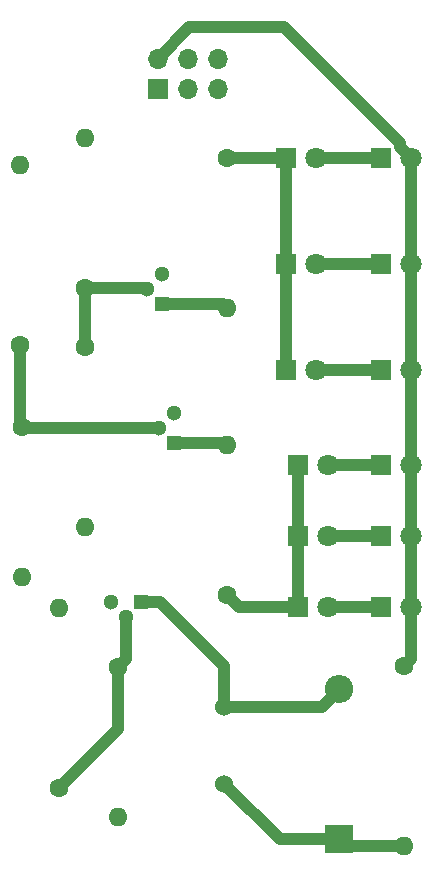
<source format=gbr>
%TF.GenerationSoftware,KiCad,Pcbnew,(5.1.10)-1*%
%TF.CreationDate,2021-11-19T12:16:16+02:00*%
%TF.ProjectId,25-station-led-alarm,32352d73-7461-4746-996f-6e2d6c65642d,rev?*%
%TF.SameCoordinates,Original*%
%TF.FileFunction,Copper,L2,Bot*%
%TF.FilePolarity,Positive*%
%FSLAX46Y46*%
G04 Gerber Fmt 4.6, Leading zero omitted, Abs format (unit mm)*
G04 Created by KiCad (PCBNEW (5.1.10)-1) date 2021-11-19 12:16:16*
%MOMM*%
%LPD*%
G01*
G04 APERTURE LIST*
%TA.AperFunction,ComponentPad*%
%ADD10R,1.800000X1.800000*%
%TD*%
%TA.AperFunction,ComponentPad*%
%ADD11C,1.800000*%
%TD*%
%TA.AperFunction,ComponentPad*%
%ADD12C,1.300000*%
%TD*%
%TA.AperFunction,ComponentPad*%
%ADD13R,1.300000X1.300000*%
%TD*%
%TA.AperFunction,ComponentPad*%
%ADD14C,1.600000*%
%TD*%
%TA.AperFunction,ComponentPad*%
%ADD15O,1.600000X1.600000*%
%TD*%
%TA.AperFunction,ComponentPad*%
%ADD16C,1.524000*%
%TD*%
%TA.AperFunction,ComponentPad*%
%ADD17R,1.700000X1.700000*%
%TD*%
%TA.AperFunction,ComponentPad*%
%ADD18O,1.700000X1.700000*%
%TD*%
%TA.AperFunction,ComponentPad*%
%ADD19R,2.400000X2.400000*%
%TD*%
%TA.AperFunction,ComponentPad*%
%ADD20O,2.400000X2.400000*%
%TD*%
%TA.AperFunction,Conductor*%
%ADD21C,1.000000*%
%TD*%
G04 APERTURE END LIST*
D10*
%TO.P,D1,1*%
%TO.N,Net-(D1-Pad1)*%
X160000000Y-132000000D03*
D11*
%TO.P,D1,2*%
%TO.N,+5V*%
X162540000Y-132000000D03*
%TD*%
%TO.P,D2,2*%
%TO.N,Net-(D1-Pad1)*%
X155540000Y-132000000D03*
D10*
%TO.P,D2,1*%
%TO.N,Net-(D10-Pad1)*%
X153000000Y-132000000D03*
%TD*%
D11*
%TO.P,D3,2*%
%TO.N,+5V*%
X162540000Y-138000000D03*
D10*
%TO.P,D3,1*%
%TO.N,Net-(D3-Pad1)*%
X160000000Y-138000000D03*
%TD*%
%TO.P,D4,1*%
%TO.N,Net-(D10-Pad2)*%
X160000000Y-126000000D03*
D11*
%TO.P,D4,2*%
%TO.N,+5V*%
X162540000Y-126000000D03*
%TD*%
D10*
%TO.P,D5,1*%
%TO.N,Net-(D5-Pad1)*%
X160000000Y-118000000D03*
D11*
%TO.P,D5,2*%
%TO.N,+5V*%
X162540000Y-118000000D03*
%TD*%
%TO.P,D6,2*%
%TO.N,+5V*%
X162540000Y-109000000D03*
D10*
%TO.P,D6,1*%
%TO.N,Net-(D11-Pad2)*%
X160000000Y-109000000D03*
%TD*%
%TO.P,D7,1*%
%TO.N,Net-(D12-Pad2)*%
X160000000Y-100000000D03*
D11*
%TO.P,D7,2*%
%TO.N,+5V*%
X162540000Y-100000000D03*
%TD*%
D10*
%TO.P,D8,1*%
%TO.N,Net-(D11-Pad1)*%
X152000000Y-118000000D03*
D11*
%TO.P,D8,2*%
%TO.N,Net-(D5-Pad1)*%
X154540000Y-118000000D03*
%TD*%
D10*
%TO.P,D9,1*%
%TO.N,Net-(D10-Pad1)*%
X153000000Y-138000000D03*
D11*
%TO.P,D9,2*%
%TO.N,Net-(D3-Pad1)*%
X155540000Y-138000000D03*
%TD*%
%TO.P,D10,2*%
%TO.N,Net-(D10-Pad2)*%
X155540000Y-126000000D03*
D10*
%TO.P,D10,1*%
%TO.N,Net-(D10-Pad1)*%
X153000000Y-126000000D03*
%TD*%
%TO.P,D11,1*%
%TO.N,Net-(D11-Pad1)*%
X152000000Y-109000000D03*
D11*
%TO.P,D11,2*%
%TO.N,Net-(D11-Pad2)*%
X154540000Y-109000000D03*
%TD*%
%TO.P,D12,2*%
%TO.N,Net-(D12-Pad2)*%
X154540000Y-100000000D03*
D10*
%TO.P,D12,1*%
%TO.N,Net-(D11-Pad1)*%
X152000000Y-100000000D03*
%TD*%
D12*
%TO.P,Q1,2*%
%TO.N,Net-(Q1-Pad2)*%
X141203680Y-122869960D03*
%TO.P,Q1,3*%
%TO.N,GND*%
X142473680Y-121599960D03*
D13*
%TO.P,Q1,1*%
%TO.N,Net-(Q1-Pad1)*%
X142473680Y-124139960D03*
%TD*%
D12*
%TO.P,Q2,2*%
%TO.N,Net-(Q2-Pad2)*%
X140246100Y-111089440D03*
%TO.P,Q2,3*%
%TO.N,GND*%
X141516100Y-109819440D03*
D13*
%TO.P,Q2,1*%
%TO.N,Net-(Q2-Pad1)*%
X141516100Y-112359440D03*
%TD*%
%TO.P,Q3,1*%
%TO.N,Net-(BZ1-Pad2)*%
X139694920Y-137581640D03*
D12*
%TO.P,Q3,3*%
%TO.N,GND*%
X137154920Y-137581640D03*
%TO.P,Q3,2*%
%TO.N,Net-(Q3-Pad2)*%
X138424920Y-138851640D03*
%TD*%
D14*
%TO.P,R1,1*%
%TO.N,+5V*%
X162000000Y-143000000D03*
D15*
%TO.P,R1,2*%
%TO.N,Net-(BZ1-Pad1)*%
X162000000Y-158240000D03*
%TD*%
D14*
%TO.P,R2,1*%
%TO.N,Net-(Q1-Pad2)*%
X129438400Y-115818920D03*
D15*
%TO.P,R2,2*%
%TO.N,GND*%
X129438400Y-100578920D03*
%TD*%
D14*
%TO.P,R3,1*%
%TO.N,Net-(D11-Pad1)*%
X147000000Y-100000000D03*
D15*
%TO.P,R3,2*%
%TO.N,Net-(Q2-Pad1)*%
X147000000Y-112700000D03*
%TD*%
D14*
%TO.P,R4,1*%
%TO.N,Net-(Q1-Pad2)*%
X129593340Y-122829320D03*
D15*
%TO.P,R4,2*%
%TO.N,/P1*%
X129593340Y-135529320D03*
%TD*%
%TO.P,R5,2*%
%TO.N,/P2*%
X135000000Y-98300000D03*
D14*
%TO.P,R5,1*%
%TO.N,Net-(Q2-Pad2)*%
X135000000Y-111000000D03*
%TD*%
D15*
%TO.P,R6,2*%
%TO.N,Net-(Q1-Pad1)*%
X147000000Y-124300000D03*
D14*
%TO.P,R6,1*%
%TO.N,Net-(D10-Pad1)*%
X147000000Y-137000000D03*
%TD*%
D15*
%TO.P,R7,2*%
%TO.N,GND*%
X135000000Y-131240000D03*
D14*
%TO.P,R7,1*%
%TO.N,Net-(Q2-Pad2)*%
X135000000Y-116000000D03*
%TD*%
D15*
%TO.P,R8,2*%
%TO.N,GND*%
X132778500Y-138132820D03*
D14*
%TO.P,R8,1*%
%TO.N,Net-(Q3-Pad2)*%
X132778500Y-153372820D03*
%TD*%
%TO.P,R9,1*%
%TO.N,Net-(Q3-Pad2)*%
X137772140Y-143090900D03*
D15*
%TO.P,R9,2*%
%TO.N,/P3*%
X137772140Y-155790900D03*
%TD*%
D16*
%TO.P,BZ1,1*%
%TO.N,Net-(BZ1-Pad1)*%
X146771360Y-152983000D03*
%TO.P,BZ1,2*%
%TO.N,Net-(BZ1-Pad2)*%
X146771360Y-146483000D03*
%TD*%
D17*
%TO.P,J1,1*%
%TO.N,/P3*%
X141127480Y-94145100D03*
D18*
%TO.P,J1,2*%
%TO.N,+5V*%
X141127480Y-91605100D03*
%TO.P,J1,3*%
%TO.N,/P1*%
X143667480Y-94145100D03*
%TO.P,J1,4*%
%TO.N,/P2*%
X143667480Y-91605100D03*
%TO.P,J1,5*%
%TO.N,N/C*%
X146207480Y-94145100D03*
%TO.P,J1,6*%
%TO.N,GND*%
X146207480Y-91605100D03*
%TD*%
D19*
%TO.P,D13,1*%
%TO.N,Net-(BZ1-Pad1)*%
X156486860Y-157688280D03*
D20*
%TO.P,D13,2*%
%TO.N,Net-(BZ1-Pad2)*%
X156486860Y-144988280D03*
%TD*%
D21*
%TO.N,Net-(D1-Pad1)*%
X155540000Y-132000000D02*
X160000000Y-132000000D01*
%TO.N,+5V*%
X162540000Y-100000000D02*
X162540000Y-109000000D01*
X162540000Y-109000000D02*
X162540000Y-118000000D01*
X162540000Y-118000000D02*
X162540000Y-126000000D01*
X162540000Y-126000000D02*
X162540000Y-132000000D01*
X162540000Y-132000000D02*
X162540000Y-138000000D01*
X162540000Y-142460000D02*
X162000000Y-143000000D01*
X162540000Y-138000000D02*
X162540000Y-142460000D01*
X161640001Y-99100001D02*
X161640001Y-98741981D01*
X162540000Y-100000000D02*
X161640001Y-99100001D01*
X161640001Y-98741981D02*
X151823420Y-88925400D01*
X143807180Y-88925400D02*
X141127480Y-91605100D01*
X151823420Y-88925400D02*
X143807180Y-88925400D01*
%TO.N,Net-(D10-Pad1)*%
X153000000Y-126000000D02*
X153000000Y-132000000D01*
X153000000Y-132000000D02*
X153000000Y-138000000D01*
X148000000Y-138000000D02*
X147000000Y-137000000D01*
X153000000Y-138000000D02*
X148000000Y-138000000D01*
%TO.N,Net-(D3-Pad1)*%
X160000000Y-138000000D02*
X155540000Y-138000000D01*
%TO.N,Net-(D10-Pad2)*%
X160000000Y-126000000D02*
X155540000Y-126000000D01*
%TO.N,Net-(D5-Pad1)*%
X154540000Y-118000000D02*
X160000000Y-118000000D01*
%TO.N,Net-(D11-Pad2)*%
X160000000Y-109000000D02*
X154540000Y-109000000D01*
%TO.N,Net-(D12-Pad2)*%
X154540000Y-100000000D02*
X160000000Y-100000000D01*
%TO.N,Net-(D11-Pad1)*%
X152000000Y-100000000D02*
X147000000Y-100000000D01*
X152000000Y-118000000D02*
X152000000Y-109000000D01*
X152000000Y-109000000D02*
X152000000Y-100000000D01*
%TO.N,Net-(Q1-Pad2)*%
X129633980Y-122869960D02*
X129593340Y-122829320D01*
X141203680Y-122869960D02*
X129633980Y-122869960D01*
X129438400Y-122674380D02*
X129593340Y-122829320D01*
X129438400Y-115818920D02*
X129438400Y-122674380D01*
%TO.N,Net-(Q1-Pad1)*%
X146839960Y-124139960D02*
X147000000Y-124300000D01*
X142473680Y-124139960D02*
X146839960Y-124139960D01*
%TO.N,Net-(Q2-Pad1)*%
X146659440Y-112359440D02*
X147000000Y-112700000D01*
X141516100Y-112359440D02*
X146659440Y-112359440D01*
%TO.N,Net-(Q2-Pad2)*%
X135000000Y-116000000D02*
X135000000Y-111000000D01*
X140156660Y-111000000D02*
X140246100Y-111089440D01*
X135000000Y-111000000D02*
X140156660Y-111000000D01*
%TO.N,Net-(Q3-Pad2)*%
X138424920Y-142438120D02*
X137772140Y-143090900D01*
X138424920Y-138851640D02*
X138424920Y-142438120D01*
X137772140Y-148379180D02*
X137772140Y-143090900D01*
X132778500Y-153372820D02*
X137772140Y-148379180D01*
%TO.N,Net-(BZ1-Pad2)*%
X141344920Y-137581640D02*
X139694920Y-137581640D01*
X146771360Y-143008080D02*
X141344920Y-137581640D01*
X146771360Y-146483000D02*
X146771360Y-143008080D01*
X154992140Y-146483000D02*
X156486860Y-144988280D01*
X146771360Y-146483000D02*
X154992140Y-146483000D01*
%TO.N,Net-(BZ1-Pad1)*%
X157038580Y-158240000D02*
X156486860Y-157688280D01*
X162000000Y-158240000D02*
X157038580Y-158240000D01*
X151476640Y-157688280D02*
X146771360Y-152983000D01*
X156486860Y-157688280D02*
X151476640Y-157688280D01*
%TD*%
M02*

</source>
